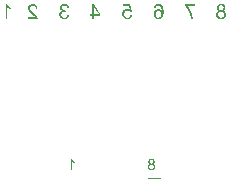
<source format=gbo>
G04*
G04 #@! TF.GenerationSoftware,Altium Limited,Altium Designer,23.8.1 (32)*
G04*
G04 Layer_Color=32896*
%FSLAX44Y44*%
%MOMM*%
G71*
G04*
G04 #@! TF.SameCoordinates,74A03D58-BA26-460C-9841-76C9F7D9AC81*
G04*
G04*
G04 #@! TF.FilePolarity,Positive*
G04*
G01*
G75*
%ADD11C,0.1000*%
G36*
X362113Y212059D02*
X362413Y212034D01*
X362676Y211984D01*
X362938Y211922D01*
X363176Y211847D01*
X363401Y211772D01*
X363601Y211684D01*
X363775Y211597D01*
X363938Y211497D01*
X364088Y211409D01*
X364200Y211334D01*
X364300Y211259D01*
X364388Y211197D01*
X364438Y211147D01*
X364475Y211122D01*
X364488Y211109D01*
X364663Y210922D01*
X364813Y210735D01*
X364950Y210534D01*
X365063Y210347D01*
X365163Y210147D01*
X365238Y209947D01*
X365313Y209760D01*
X365363Y209585D01*
X365400Y209410D01*
X365438Y209247D01*
X365462Y209110D01*
X365475Y208997D01*
Y208897D01*
X365488Y208822D01*
Y208773D01*
Y208760D01*
X365462Y208423D01*
X365413Y208123D01*
X365338Y207848D01*
X365250Y207623D01*
X365175Y207435D01*
X365138Y207360D01*
X365100Y207285D01*
X365063Y207235D01*
X365050Y207198D01*
X365025Y207185D01*
Y207173D01*
X364825Y206936D01*
X364600Y206735D01*
X364350Y206560D01*
X364113Y206411D01*
X363900Y206298D01*
X363801Y206248D01*
X363726Y206211D01*
X363663Y206186D01*
X363601Y206161D01*
X363576Y206148D01*
X363563D01*
X363775Y206086D01*
X363975Y206011D01*
X364163Y205936D01*
X364338Y205848D01*
X364500Y205748D01*
X364650Y205648D01*
X364788Y205561D01*
X364913Y205461D01*
X365013Y205373D01*
X365113Y205286D01*
X365188Y205211D01*
X365263Y205136D01*
X365313Y205073D01*
X365350Y205036D01*
X365363Y205011D01*
X365375Y204998D01*
X365488Y204836D01*
X365575Y204674D01*
X365662Y204499D01*
X365737Y204324D01*
X365850Y203974D01*
X365925Y203636D01*
X365950Y203486D01*
X365962Y203349D01*
X365975Y203224D01*
X365987Y203124D01*
X366000Y203036D01*
Y202962D01*
Y202924D01*
Y202911D01*
X365987Y202599D01*
X365950Y202312D01*
X365887Y202037D01*
X365825Y201774D01*
X365737Y201524D01*
X365638Y201287D01*
X365537Y201075D01*
X365425Y200887D01*
X365313Y200712D01*
X365213Y200562D01*
X365113Y200425D01*
X365025Y200312D01*
X364950Y200225D01*
X364900Y200162D01*
X364863Y200125D01*
X364850Y200112D01*
X364625Y199912D01*
X364388Y199750D01*
X364138Y199600D01*
X363875Y199475D01*
X363625Y199362D01*
X363376Y199275D01*
X363126Y199200D01*
X362888Y199137D01*
X362663Y199088D01*
X362451Y199062D01*
X362263Y199037D01*
X362101Y199013D01*
X361976D01*
X361876Y199000D01*
X361788D01*
X361439Y199013D01*
X361114Y199050D01*
X360801Y199100D01*
X360514Y199175D01*
X360239Y199262D01*
X359989Y199350D01*
X359752Y199450D01*
X359539Y199562D01*
X359364Y199662D01*
X359189Y199762D01*
X359052Y199850D01*
X358939Y199937D01*
X358852Y200012D01*
X358777Y200062D01*
X358739Y200100D01*
X358727Y200112D01*
X358527Y200325D01*
X358339Y200550D01*
X358189Y200774D01*
X358052Y201012D01*
X357939Y201249D01*
X357852Y201474D01*
X357777Y201699D01*
X357715Y201912D01*
X357664Y202112D01*
X357627Y202299D01*
X357602Y202462D01*
X357577Y202599D01*
Y202712D01*
X357565Y202799D01*
Y202861D01*
Y202874D01*
X357577Y203099D01*
X357590Y203299D01*
X357664Y203699D01*
X357765Y204036D01*
X357814Y204199D01*
X357877Y204336D01*
X357939Y204461D01*
X357990Y204586D01*
X358039Y204674D01*
X358089Y204761D01*
X358127Y204823D01*
X358164Y204874D01*
X358177Y204898D01*
X358189Y204911D01*
X358314Y205061D01*
X358439Y205211D01*
X358727Y205461D01*
X359027Y205673D01*
X359314Y205848D01*
X359576Y205986D01*
X359689Y206036D01*
X359789Y206073D01*
X359864Y206111D01*
X359926Y206136D01*
X359964Y206148D01*
X359976D01*
X359639Y206298D01*
X359352Y206461D01*
X359114Y206623D01*
X358914Y206786D01*
X358764Y206936D01*
X358652Y207048D01*
X358589Y207135D01*
X358564Y207148D01*
Y207160D01*
X358402Y207423D01*
X358289Y207685D01*
X358202Y207948D01*
X358152Y208185D01*
X358114Y208398D01*
X358102Y208498D01*
Y208573D01*
X358089Y208635D01*
Y208685D01*
Y208710D01*
Y208722D01*
X358102Y208985D01*
X358127Y209222D01*
X358189Y209460D01*
X358252Y209685D01*
X358327Y209897D01*
X358414Y210085D01*
X358502Y210272D01*
X358602Y210435D01*
X358702Y210585D01*
X358789Y210709D01*
X358877Y210835D01*
X358952Y210922D01*
X359014Y210997D01*
X359064Y211047D01*
X359102Y211084D01*
X359114Y211097D01*
X359314Y211272D01*
X359527Y211422D01*
X359739Y211547D01*
X359964Y211659D01*
X360189Y211759D01*
X360414Y211834D01*
X360639Y211897D01*
X360851Y211947D01*
X361051Y211984D01*
X361226Y212022D01*
X361389Y212047D01*
X361539Y212059D01*
X361651Y212072D01*
X361814D01*
X362113Y212059D01*
D02*
G37*
G36*
X339666Y210135D02*
X333405D01*
X333630Y209872D01*
X333843Y209597D01*
X334268Y209035D01*
X334642Y208473D01*
X334817Y208198D01*
X334980Y207935D01*
X335130Y207698D01*
X335267Y207473D01*
X335380Y207273D01*
X335480Y207110D01*
X335555Y206960D01*
X335617Y206861D01*
X335655Y206798D01*
X335667Y206773D01*
X336042Y206023D01*
X336367Y205286D01*
X336517Y204936D01*
X336642Y204586D01*
X336767Y204261D01*
X336879Y203961D01*
X336979Y203674D01*
X337054Y203424D01*
X337129Y203199D01*
X337192Y202999D01*
X337229Y202849D01*
X337267Y202736D01*
X337279Y202661D01*
X337292Y202649D01*
Y202637D01*
X337392Y202249D01*
X337479Y201862D01*
X337554Y201512D01*
X337617Y201162D01*
X337679Y200849D01*
X337729Y200550D01*
X337767Y200275D01*
X337792Y200012D01*
X337817Y199787D01*
X337841Y199587D01*
X337854Y199412D01*
X337867Y199262D01*
Y199150D01*
X337879Y199075D01*
Y199013D01*
Y199000D01*
X336267D01*
X336204Y199700D01*
X336167Y200037D01*
X336117Y200350D01*
X336067Y200662D01*
X336017Y200949D01*
X335967Y201224D01*
X335917Y201474D01*
X335867Y201699D01*
X335830Y201899D01*
X335780Y202087D01*
X335742Y202237D01*
X335717Y202349D01*
X335692Y202437D01*
X335667Y202499D01*
Y202512D01*
X335542Y202936D01*
X335405Y203361D01*
X335255Y203774D01*
X335105Y204174D01*
X334955Y204549D01*
X334792Y204923D01*
X334642Y205261D01*
X334492Y205586D01*
X334355Y205886D01*
X334230Y206148D01*
X334118Y206386D01*
X334017Y206573D01*
X333930Y206735D01*
X333868Y206848D01*
X333830Y206923D01*
X333818Y206948D01*
X333593Y207348D01*
X333368Y207723D01*
X333143Y208073D01*
X332930Y208398D01*
X332718Y208710D01*
X332518Y208997D01*
X332318Y209260D01*
X332143Y209497D01*
X331981Y209710D01*
X331831Y209897D01*
X331706Y210047D01*
X331593Y210185D01*
X331506Y210285D01*
X331431Y210360D01*
X331393Y210410D01*
X331381Y210422D01*
Y211647D01*
X339666D01*
Y210135D01*
D02*
G37*
G36*
X308946Y212059D02*
X309296Y212009D01*
X309621Y211934D01*
X309933Y211847D01*
X310221Y211734D01*
X310483Y211609D01*
X310720Y211472D01*
X310945Y211334D01*
X311133Y211197D01*
X311308Y211059D01*
X311458Y210934D01*
X311570Y210822D01*
X311670Y210735D01*
X311745Y210660D01*
X311783Y210609D01*
X311795Y210597D01*
X312033Y210260D01*
X312245Y209885D01*
X312432Y209472D01*
X312582Y209047D01*
X312720Y208598D01*
X312820Y208148D01*
X312920Y207698D01*
X312982Y207260D01*
X313045Y206848D01*
X313082Y206461D01*
X313120Y206111D01*
X313132Y205948D01*
Y205811D01*
X313145Y205673D01*
Y205548D01*
X313157Y205448D01*
Y205361D01*
Y205286D01*
Y205236D01*
Y205211D01*
Y205198D01*
X313145Y204599D01*
X313107Y204049D01*
X313045Y203524D01*
X312957Y203061D01*
X312870Y202624D01*
X312770Y202237D01*
X312657Y201887D01*
X312532Y201574D01*
X312420Y201299D01*
X312307Y201075D01*
X312208Y200875D01*
X312108Y200712D01*
X312033Y200587D01*
X311970Y200512D01*
X311933Y200450D01*
X311920Y200437D01*
X311683Y200187D01*
X311433Y199962D01*
X311170Y199775D01*
X310895Y199612D01*
X310633Y199462D01*
X310358Y199350D01*
X310108Y199250D01*
X309858Y199175D01*
X309621Y199125D01*
X309408Y199075D01*
X309208Y199050D01*
X309046Y199025D01*
X308908Y199013D01*
X308808Y199000D01*
X308721D01*
X308508Y199013D01*
X308296Y199025D01*
X307909Y199088D01*
X307559Y199175D01*
X307396Y199225D01*
X307259Y199275D01*
X307121Y199325D01*
X307009Y199375D01*
X306909Y199425D01*
X306821Y199462D01*
X306746Y199500D01*
X306696Y199525D01*
X306671Y199550D01*
X306659D01*
X306334Y199775D01*
X306047Y200025D01*
X305809Y200287D01*
X305597Y200550D01*
X305434Y200774D01*
X305372Y200875D01*
X305322Y200962D01*
X305272Y201024D01*
X305247Y201075D01*
X305222Y201112D01*
Y201124D01*
X305047Y201524D01*
X304922Y201912D01*
X304822Y202287D01*
X304759Y202637D01*
X304734Y202799D01*
X304722Y202936D01*
X304709Y203061D01*
Y203174D01*
X304697Y203261D01*
Y203324D01*
Y203361D01*
Y203374D01*
X304709Y203711D01*
X304747Y204024D01*
X304797Y204324D01*
X304872Y204611D01*
X304959Y204874D01*
X305047Y205123D01*
X305147Y205348D01*
X305247Y205548D01*
X305359Y205736D01*
X305459Y205898D01*
X305547Y206036D01*
X305634Y206148D01*
X305709Y206236D01*
X305759Y206311D01*
X305797Y206348D01*
X305809Y206361D01*
X306022Y206560D01*
X306234Y206748D01*
X306459Y206898D01*
X306696Y207035D01*
X306921Y207148D01*
X307134Y207235D01*
X307359Y207310D01*
X307559Y207373D01*
X307746Y207423D01*
X307921Y207460D01*
X308084Y207485D01*
X308221Y207510D01*
X308333D01*
X308409Y207523D01*
X308484D01*
X308821Y207510D01*
X309133Y207460D01*
X309421Y207385D01*
X309683Y207310D01*
X309796Y207273D01*
X309896Y207235D01*
X309983Y207198D01*
X310071Y207160D01*
X310121Y207135D01*
X310171Y207110D01*
X310196Y207098D01*
X310208D01*
X310508Y206923D01*
X310770Y206723D01*
X311008Y206511D01*
X311208Y206298D01*
X311370Y206111D01*
X311445Y206023D01*
X311495Y205948D01*
X311533Y205898D01*
X311570Y205848D01*
X311583Y205823D01*
X311595Y205811D01*
X311583Y206161D01*
X311570Y206486D01*
X311545Y206798D01*
X311520Y207085D01*
X311483Y207348D01*
X311445Y207598D01*
X311408Y207810D01*
X311370Y208010D01*
X311333Y208185D01*
X311295Y208348D01*
X311258Y208473D01*
X311220Y208585D01*
X311195Y208660D01*
X311170Y208722D01*
X311158Y208760D01*
Y208773D01*
X310983Y209147D01*
X310795Y209460D01*
X310595Y209735D01*
X310408Y209960D01*
X310233Y210135D01*
X310108Y210260D01*
X310058Y210310D01*
X310021Y210335D01*
X309996Y210360D01*
X309983D01*
X309758Y210497D01*
X309533Y210609D01*
X309308Y210685D01*
X309108Y210735D01*
X308921Y210760D01*
X308783Y210784D01*
X308658D01*
X308484Y210772D01*
X308321Y210760D01*
X308021Y210685D01*
X307746Y210572D01*
X307521Y210447D01*
X307334Y210322D01*
X307259Y210272D01*
X307196Y210210D01*
X307146Y210172D01*
X307109Y210135D01*
X307096Y210122D01*
X307084Y210110D01*
X306946Y209935D01*
X306821Y209722D01*
X306721Y209497D01*
X306634Y209272D01*
X306572Y209072D01*
X306546Y208985D01*
X306521Y208910D01*
X306509Y208848D01*
X306497Y208797D01*
X306484Y208773D01*
Y208760D01*
X304922Y208885D01*
X304972Y209160D01*
X305034Y209410D01*
X305097Y209647D01*
X305184Y209872D01*
X305284Y210085D01*
X305372Y210272D01*
X305472Y210459D01*
X305572Y210609D01*
X305672Y210747D01*
X305772Y210872D01*
X305859Y210984D01*
X305934Y211072D01*
X305997Y211134D01*
X306047Y211184D01*
X306072Y211209D01*
X306084Y211222D01*
X306271Y211372D01*
X306472Y211497D01*
X306671Y211622D01*
X306884Y211709D01*
X307084Y211797D01*
X307296Y211859D01*
X307684Y211972D01*
X307871Y211997D01*
X308034Y212022D01*
X308184Y212047D01*
X308321Y212059D01*
X308421Y212072D01*
X308571D01*
X308946Y212059D01*
D02*
G37*
G36*
X286336Y205273D02*
X284862Y205086D01*
X284724Y205273D01*
X284562Y205448D01*
X284412Y205598D01*
X284249Y205736D01*
X284124Y205836D01*
X284012Y205911D01*
X283937Y205961D01*
X283924Y205973D01*
X283912D01*
X283674Y206086D01*
X283437Y206173D01*
X283212Y206236D01*
X282999Y206286D01*
X282812Y206311D01*
X282737D01*
X282662Y206323D01*
X282537D01*
X282312Y206311D01*
X282100Y206286D01*
X281900Y206248D01*
X281700Y206198D01*
X281525Y206136D01*
X281362Y206073D01*
X281212Y205998D01*
X281075Y205936D01*
X280963Y205861D01*
X280850Y205786D01*
X280763Y205723D01*
X280688Y205661D01*
X280625Y205611D01*
X280588Y205573D01*
X280563Y205548D01*
X280550Y205536D01*
X280413Y205386D01*
X280300Y205223D01*
X280200Y205048D01*
X280113Y204874D01*
X280038Y204699D01*
X279975Y204524D01*
X279888Y204186D01*
X279850Y204024D01*
X279825Y203874D01*
X279813Y203749D01*
X279800Y203636D01*
X279788Y203536D01*
Y203474D01*
Y203424D01*
Y203411D01*
X279800Y203149D01*
X279825Y202911D01*
X279863Y202674D01*
X279913Y202462D01*
X279975Y202262D01*
X280038Y202074D01*
X280113Y201899D01*
X280175Y201749D01*
X280250Y201612D01*
X280325Y201487D01*
X280388Y201374D01*
X280450Y201299D01*
X280500Y201224D01*
X280538Y201174D01*
X280563Y201149D01*
X280575Y201137D01*
X280725Y200987D01*
X280888Y200862D01*
X281050Y200749D01*
X281212Y200650D01*
X281375Y200562D01*
X281525Y200500D01*
X281837Y200400D01*
X281975Y200362D01*
X282100Y200337D01*
X282212Y200312D01*
X282312Y200300D01*
X282387Y200287D01*
X282500D01*
X282675Y200300D01*
X282837Y200312D01*
X283149Y200387D01*
X283424Y200475D01*
X283662Y200587D01*
X283862Y200700D01*
X283937Y200749D01*
X283999Y200800D01*
X284049Y200837D01*
X284087Y200862D01*
X284112Y200875D01*
X284124Y200887D01*
X284237Y201012D01*
X284349Y201137D01*
X284536Y201437D01*
X284674Y201737D01*
X284786Y202024D01*
X284874Y202299D01*
X284899Y202412D01*
X284924Y202512D01*
X284936Y202599D01*
X284949Y202661D01*
X284961Y202699D01*
Y202712D01*
X286611Y202574D01*
X286574Y202274D01*
X286511Y201999D01*
X286436Y201737D01*
X286349Y201487D01*
X286249Y201249D01*
X286149Y201037D01*
X286036Y200837D01*
X285924Y200662D01*
X285824Y200512D01*
X285711Y200375D01*
X285624Y200250D01*
X285536Y200150D01*
X285461Y200075D01*
X285411Y200025D01*
X285374Y199987D01*
X285361Y199975D01*
X285149Y199800D01*
X284924Y199650D01*
X284687Y199525D01*
X284449Y199412D01*
X284199Y199312D01*
X283962Y199237D01*
X283737Y199175D01*
X283512Y199125D01*
X283299Y199088D01*
X283112Y199050D01*
X282937Y199025D01*
X282787Y199013D01*
X282662D01*
X282575Y199000D01*
X282500D01*
X282112Y199013D01*
X281737Y199062D01*
X281400Y199137D01*
X281075Y199237D01*
X280775Y199362D01*
X280500Y199487D01*
X280250Y199625D01*
X280013Y199775D01*
X279813Y199925D01*
X279638Y200062D01*
X279488Y200187D01*
X279363Y200312D01*
X279263Y200412D01*
X279200Y200487D01*
X279150Y200537D01*
X279138Y200550D01*
X278963Y200787D01*
X278801Y201037D01*
X278663Y201299D01*
X278551Y201549D01*
X278451Y201799D01*
X278363Y202049D01*
X278301Y202299D01*
X278238Y202524D01*
X278201Y202736D01*
X278163Y202936D01*
X278138Y203111D01*
X278126Y203261D01*
Y203386D01*
X278113Y203474D01*
Y203524D01*
Y203549D01*
X278126Y203886D01*
X278163Y204211D01*
X278226Y204511D01*
X278288Y204799D01*
X278388Y205061D01*
X278476Y205311D01*
X278588Y205536D01*
X278688Y205736D01*
X278801Y205923D01*
X278913Y206086D01*
X279000Y206223D01*
X279088Y206336D01*
X279163Y206423D01*
X279225Y206498D01*
X279263Y206536D01*
X279275Y206548D01*
X279500Y206748D01*
X279725Y206936D01*
X279963Y207085D01*
X280200Y207223D01*
X280438Y207335D01*
X280675Y207423D01*
X280912Y207498D01*
X281125Y207560D01*
X281325Y207610D01*
X281512Y207648D01*
X281687Y207673D01*
X281825Y207698D01*
X281950D01*
X282037Y207710D01*
X282112D01*
X282350Y207698D01*
X282587Y207673D01*
X282812Y207635D01*
X283024Y207585D01*
X283437Y207448D01*
X283624Y207385D01*
X283799Y207310D01*
X283962Y207223D01*
X284099Y207160D01*
X284237Y207085D01*
X284337Y207023D01*
X284424Y206973D01*
X284487Y206936D01*
X284524Y206910D01*
X284536Y206898D01*
X283849Y210360D01*
X278713D01*
Y211859D01*
X285099D01*
X286336Y205273D01*
D02*
G37*
G36*
X180388Y211697D02*
X180488Y211547D01*
X180701Y211234D01*
X180926Y210947D01*
X181151Y210685D01*
X181263Y210572D01*
X181363Y210459D01*
X181463Y210372D01*
X181538Y210285D01*
X181601Y210222D01*
X181663Y210172D01*
X181688Y210147D01*
X181701Y210135D01*
X182088Y209822D01*
X182475Y209535D01*
X182863Y209272D01*
X183225Y209060D01*
X183388Y208960D01*
X183538Y208885D01*
X183663Y208810D01*
X183775Y208748D01*
X183875Y208697D01*
X183937Y208660D01*
X183988Y208647D01*
X184000Y208635D01*
Y207123D01*
X183725Y207235D01*
X183438Y207360D01*
X183163Y207498D01*
X182913Y207623D01*
X182688Y207735D01*
X182600Y207785D01*
X182513Y207835D01*
X182450Y207873D01*
X182400Y207898D01*
X182375Y207923D01*
X182363D01*
X182038Y208123D01*
X181738Y208323D01*
X181476Y208510D01*
X181263Y208673D01*
X181088Y208810D01*
X180963Y208922D01*
X180926Y208960D01*
X180888Y208985D01*
X180876Y209010D01*
X180863D01*
Y199000D01*
X179289D01*
Y211859D01*
X180313D01*
X180388Y211697D01*
D02*
G37*
G36*
X202636Y211847D02*
X202948Y211822D01*
X203248Y211772D01*
X203523Y211709D01*
X203785Y211634D01*
X204023Y211559D01*
X204235Y211472D01*
X204435Y211384D01*
X204610Y211297D01*
X204773Y211209D01*
X204898Y211134D01*
X205010Y211059D01*
X205098Y210997D01*
X205160Y210947D01*
X205198Y210922D01*
X205210Y210909D01*
X205398Y210722D01*
X205572Y210522D01*
X205723Y210310D01*
X205860Y210085D01*
X205972Y209847D01*
X206072Y209622D01*
X206160Y209397D01*
X206235Y209185D01*
X206285Y208972D01*
X206335Y208785D01*
X206372Y208610D01*
X206410Y208460D01*
X206422Y208335D01*
X206435Y208235D01*
X206447Y208185D01*
Y208160D01*
X204835Y207998D01*
X204823Y208223D01*
X204810Y208423D01*
X204773Y208622D01*
X204735Y208797D01*
X204673Y208960D01*
X204623Y209122D01*
X204560Y209260D01*
X204498Y209385D01*
X204435Y209497D01*
X204373Y209597D01*
X204310Y209685D01*
X204260Y209747D01*
X204223Y209797D01*
X204185Y209847D01*
X204173Y209860D01*
X204160Y209872D01*
X204023Y209997D01*
X203885Y210097D01*
X203736Y210197D01*
X203585Y210272D01*
X203286Y210397D01*
X202986Y210472D01*
X202861Y210497D01*
X202736Y210522D01*
X202623Y210534D01*
X202523Y210547D01*
X202448Y210560D01*
X202336D01*
X202136Y210547D01*
X201949Y210534D01*
X201611Y210459D01*
X201311Y210360D01*
X201174Y210297D01*
X201061Y210235D01*
X200949Y210172D01*
X200861Y210110D01*
X200774Y210060D01*
X200711Y210010D01*
X200661Y209972D01*
X200611Y209935D01*
X200599Y209922D01*
X200586Y209910D01*
X200461Y209785D01*
X200361Y209660D01*
X200274Y209522D01*
X200199Y209397D01*
X200074Y209135D01*
X199999Y208885D01*
X199949Y208660D01*
X199937Y208573D01*
X199924Y208498D01*
X199911Y208423D01*
Y208373D01*
Y208348D01*
Y208335D01*
X199924Y208173D01*
X199949Y207998D01*
X199986Y207835D01*
X200024Y207660D01*
X200149Y207348D01*
X200286Y207060D01*
X200361Y206936D01*
X200424Y206810D01*
X200486Y206710D01*
X200549Y206623D01*
X200586Y206548D01*
X200624Y206498D01*
X200649Y206461D01*
X200661Y206448D01*
X200811Y206248D01*
X200999Y206048D01*
X201199Y205823D01*
X201411Y205598D01*
X201873Y205148D01*
X202348Y204711D01*
X202573Y204511D01*
X202786Y204324D01*
X202973Y204149D01*
X203148Y204011D01*
X203286Y203886D01*
X203398Y203799D01*
X203461Y203749D01*
X203486Y203724D01*
X203723Y203524D01*
X203960Y203324D01*
X204173Y203136D01*
X204373Y202962D01*
X204548Y202787D01*
X204723Y202624D01*
X204873Y202474D01*
X205010Y202349D01*
X205135Y202224D01*
X205235Y202112D01*
X205323Y202012D01*
X205398Y201937D01*
X205460Y201874D01*
X205498Y201824D01*
X205523Y201799D01*
X205535Y201787D01*
X205785Y201474D01*
X205997Y201174D01*
X206172Y200887D01*
X206322Y200625D01*
X206435Y200400D01*
X206472Y200312D01*
X206510Y200237D01*
X206535Y200175D01*
X206560Y200125D01*
X206572Y200100D01*
Y200087D01*
X206635Y199887D01*
X206685Y199700D01*
X206710Y199512D01*
X206735Y199350D01*
X206747Y199200D01*
Y199100D01*
Y199025D01*
Y199013D01*
Y199000D01*
X198287D01*
Y200512D01*
X204573D01*
X204473Y200675D01*
X204360Y200825D01*
X204248Y200962D01*
X204148Y201099D01*
X204048Y201199D01*
X203973Y201287D01*
X203923Y201349D01*
X203911Y201362D01*
X203823Y201449D01*
X203710Y201549D01*
X203585Y201674D01*
X203448Y201799D01*
X203148Y202062D01*
X202848Y202324D01*
X202548Y202574D01*
X202423Y202687D01*
X202311Y202787D01*
X202223Y202861D01*
X202148Y202924D01*
X202098Y202962D01*
X202086Y202974D01*
X201786Y203236D01*
X201499Y203474D01*
X201236Y203711D01*
X200999Y203924D01*
X200774Y204124D01*
X200586Y204311D01*
X200399Y204486D01*
X200249Y204636D01*
X200111Y204774D01*
X199986Y204886D01*
X199899Y204986D01*
X199811Y205073D01*
X199749Y205136D01*
X199711Y205186D01*
X199687Y205211D01*
X199674Y205223D01*
X199412Y205523D01*
X199199Y205811D01*
X199012Y206086D01*
X198874Y206311D01*
X198762Y206511D01*
X198724Y206586D01*
X198687Y206660D01*
X198662Y206710D01*
X198637Y206748D01*
X198624Y206773D01*
Y206786D01*
X198512Y207060D01*
X198437Y207335D01*
X198374Y207598D01*
X198337Y207823D01*
X198312Y208023D01*
Y208098D01*
X198299Y208173D01*
Y208223D01*
Y208260D01*
Y208285D01*
Y208298D01*
X198312Y208573D01*
X198349Y208835D01*
X198399Y209097D01*
X198462Y209335D01*
X198549Y209560D01*
X198637Y209760D01*
X198737Y209960D01*
X198837Y210135D01*
X198937Y210297D01*
X199037Y210435D01*
X199124Y210547D01*
X199212Y210647D01*
X199274Y210735D01*
X199324Y210784D01*
X199362Y210822D01*
X199374Y210835D01*
X199587Y211009D01*
X199811Y211172D01*
X200037Y211309D01*
X200286Y211422D01*
X200524Y211522D01*
X200774Y211609D01*
X201011Y211672D01*
X201236Y211734D01*
X201461Y211772D01*
X201661Y211809D01*
X201836Y211834D01*
X201986Y211847D01*
X202123D01*
X202211Y211859D01*
X202298D01*
X202636Y211847D01*
D02*
G37*
G36*
X229532Y212059D02*
X229807Y212034D01*
X230057Y211997D01*
X230294Y211934D01*
X230519Y211872D01*
X230732Y211797D01*
X230932Y211722D01*
X231107Y211634D01*
X231257Y211559D01*
X231406Y211472D01*
X231519Y211397D01*
X231619Y211334D01*
X231706Y211272D01*
X231756Y211234D01*
X231794Y211209D01*
X231806Y211197D01*
X231981Y211022D01*
X232156Y210847D01*
X232306Y210647D01*
X232431Y210447D01*
X232556Y210247D01*
X232656Y210035D01*
X232756Y209835D01*
X232831Y209647D01*
X232906Y209460D01*
X232956Y209297D01*
X233006Y209135D01*
X233044Y209010D01*
X233069Y208897D01*
X233094Y208822D01*
X233106Y208760D01*
Y208748D01*
X231532Y208473D01*
X231494Y208685D01*
X231457Y208873D01*
X231394Y209060D01*
X231344Y209222D01*
X231282Y209385D01*
X231219Y209522D01*
X231144Y209647D01*
X231082Y209772D01*
X231019Y209872D01*
X230957Y209960D01*
X230907Y210035D01*
X230857Y210085D01*
X230819Y210135D01*
X230782Y210172D01*
X230769Y210185D01*
X230757Y210197D01*
X230644Y210297D01*
X230519Y210397D01*
X230257Y210534D01*
X230007Y210647D01*
X229757Y210709D01*
X229545Y210760D01*
X229457Y210772D01*
X229370D01*
X229307Y210784D01*
X229045D01*
X228895Y210760D01*
X228595Y210697D01*
X228332Y210597D01*
X228120Y210497D01*
X227945Y210397D01*
X227807Y210297D01*
X227770Y210260D01*
X227732Y210235D01*
X227720Y210222D01*
X227707Y210210D01*
X227607Y210097D01*
X227507Y209985D01*
X227370Y209747D01*
X227258Y209510D01*
X227195Y209285D01*
X227145Y209085D01*
X227133Y208997D01*
Y208922D01*
X227120Y208860D01*
Y208810D01*
Y208785D01*
Y208773D01*
X227133Y208573D01*
X227158Y208398D01*
X227195Y208223D01*
X227245Y208060D01*
X227307Y207923D01*
X227383Y207785D01*
X227445Y207660D01*
X227520Y207560D01*
X227607Y207460D01*
X227670Y207385D01*
X227745Y207310D01*
X227807Y207260D01*
X227857Y207210D01*
X227895Y207185D01*
X227920Y207173D01*
X227932Y207160D01*
X228245Y206985D01*
X228557Y206861D01*
X228857Y206761D01*
X229145Y206698D01*
X229270Y206686D01*
X229382Y206660D01*
X229482Y206648D01*
X229569D01*
X229644Y206635D01*
X229819D01*
X229907Y206648D01*
X229969Y206660D01*
X229994D01*
X230169Y205286D01*
X229932Y205336D01*
X229719Y205386D01*
X229532Y205411D01*
X229370Y205423D01*
X229245Y205436D01*
X229145Y205448D01*
X229070D01*
X228870Y205436D01*
X228682Y205423D01*
X228332Y205336D01*
X228020Y205223D01*
X227882Y205161D01*
X227757Y205098D01*
X227645Y205036D01*
X227558Y204974D01*
X227470Y204911D01*
X227395Y204861D01*
X227345Y204811D01*
X227307Y204774D01*
X227283Y204761D01*
X227270Y204748D01*
X227145Y204611D01*
X227033Y204474D01*
X226945Y204324D01*
X226858Y204174D01*
X226783Y204024D01*
X226733Y203874D01*
X226645Y203599D01*
X226620Y203461D01*
X226595Y203349D01*
X226583Y203236D01*
X226570Y203149D01*
X226558Y203061D01*
Y203011D01*
Y202974D01*
Y202962D01*
X226570Y202749D01*
X226595Y202549D01*
X226633Y202362D01*
X226670Y202187D01*
X226795Y201862D01*
X226870Y201712D01*
X226933Y201587D01*
X227008Y201462D01*
X227083Y201362D01*
X227145Y201274D01*
X227195Y201199D01*
X227245Y201137D01*
X227283Y201099D01*
X227307Y201075D01*
X227320Y201062D01*
X227470Y200924D01*
X227620Y200812D01*
X227770Y200712D01*
X227932Y200625D01*
X228095Y200550D01*
X228245Y200487D01*
X228545Y200400D01*
X228682Y200362D01*
X228807Y200337D01*
X228907Y200325D01*
X229007Y200312D01*
X229082Y200300D01*
X229195D01*
X229370Y200312D01*
X229532Y200325D01*
X229832Y200387D01*
X230107Y200487D01*
X230344Y200600D01*
X230532Y200700D01*
X230607Y200749D01*
X230669Y200800D01*
X230719Y200837D01*
X230757Y200862D01*
X230769Y200887D01*
X230782D01*
X230894Y201012D01*
X231007Y201137D01*
X231194Y201437D01*
X231357Y201762D01*
X231481Y202074D01*
X231532Y202224D01*
X231581Y202362D01*
X231619Y202499D01*
X231644Y202599D01*
X231669Y202699D01*
X231681Y202761D01*
X231694Y202812D01*
Y202824D01*
X233269Y202612D01*
X233231Y202312D01*
X233169Y202037D01*
X233094Y201774D01*
X233006Y201524D01*
X232906Y201287D01*
X232806Y201075D01*
X232694Y200875D01*
X232581Y200700D01*
X232469Y200537D01*
X232369Y200400D01*
X232269Y200287D01*
X232181Y200187D01*
X232106Y200100D01*
X232056Y200050D01*
X232019Y200012D01*
X232006Y200000D01*
X231794Y199825D01*
X231569Y199675D01*
X231332Y199537D01*
X231094Y199425D01*
X230869Y199325D01*
X230632Y199250D01*
X230407Y199175D01*
X230194Y199125D01*
X229982Y199088D01*
X229794Y199050D01*
X229632Y199025D01*
X229482Y199013D01*
X229370D01*
X229282Y199000D01*
X229207D01*
X228857Y199013D01*
X228532Y199050D01*
X228220Y199112D01*
X227932Y199187D01*
X227658Y199275D01*
X227407Y199362D01*
X227170Y199475D01*
X226958Y199587D01*
X226758Y199687D01*
X226595Y199800D01*
X226445Y199887D01*
X226333Y199987D01*
X226233Y200050D01*
X226158Y200112D01*
X226120Y200150D01*
X226108Y200162D01*
X225895Y200387D01*
X225708Y200612D01*
X225546Y200862D01*
X225396Y201099D01*
X225283Y201337D01*
X225183Y201574D01*
X225096Y201799D01*
X225033Y202012D01*
X224983Y202224D01*
X224946Y202412D01*
X224921Y202574D01*
X224896Y202724D01*
Y202836D01*
X224883Y202924D01*
Y202987D01*
Y202999D01*
X224896Y203224D01*
X224908Y203449D01*
X224983Y203849D01*
X225033Y204024D01*
X225083Y204199D01*
X225146Y204349D01*
X225196Y204499D01*
X225258Y204624D01*
X225321Y204736D01*
X225371Y204836D01*
X225420Y204911D01*
X225458Y204974D01*
X225495Y205023D01*
X225508Y205048D01*
X225520Y205061D01*
X225646Y205211D01*
X225770Y205348D01*
X226058Y205573D01*
X226358Y205773D01*
X226633Y205911D01*
X226895Y206023D01*
X226995Y206061D01*
X227095Y206098D01*
X227170Y206123D01*
X227233Y206136D01*
X227270Y206148D01*
X227283D01*
X226970Y206311D01*
X226708Y206486D01*
X226483Y206660D01*
X226295Y206835D01*
X226145Y206985D01*
X226045Y207110D01*
X226008Y207160D01*
X225983Y207198D01*
X225958Y207210D01*
Y207223D01*
X225808Y207485D01*
X225695Y207748D01*
X225620Y207998D01*
X225558Y208235D01*
X225533Y208435D01*
X225520Y208522D01*
Y208598D01*
X225508Y208660D01*
Y208697D01*
Y208722D01*
Y208735D01*
X225533Y209060D01*
X225583Y209360D01*
X225658Y209647D01*
X225745Y209885D01*
X225833Y210097D01*
X225870Y210185D01*
X225908Y210247D01*
X225933Y210310D01*
X225958Y210347D01*
X225983Y210372D01*
Y210385D01*
X226170Y210660D01*
X226383Y210909D01*
X226608Y211122D01*
X226833Y211297D01*
X227033Y211434D01*
X227108Y211497D01*
X227183Y211534D01*
X227245Y211572D01*
X227295Y211597D01*
X227320Y211622D01*
X227332D01*
X227670Y211772D01*
X228007Y211884D01*
X228320Y211959D01*
X228620Y212022D01*
X228757Y212034D01*
X228882Y212047D01*
X228982Y212059D01*
X229082D01*
X229157Y212072D01*
X229257D01*
X229532Y212059D01*
D02*
G37*
G36*
X259702Y203499D02*
Y202062D01*
X254141D01*
Y199000D01*
X252567D01*
Y202062D01*
X250842D01*
Y203499D01*
X252567D01*
Y211809D01*
X253854D01*
X259702Y203499D01*
D02*
G37*
G36*
X303085Y80794D02*
X303310Y80776D01*
X303507Y80738D01*
X303704Y80691D01*
X303882Y80635D01*
X304051Y80579D01*
X304200Y80513D01*
X304332Y80448D01*
X304454Y80373D01*
X304566Y80307D01*
X304650Y80251D01*
X304725Y80195D01*
X304791Y80148D01*
X304828Y80110D01*
X304856Y80091D01*
X304866Y80082D01*
X304997Y79942D01*
X305110Y79801D01*
X305213Y79651D01*
X305297Y79510D01*
X305372Y79360D01*
X305428Y79210D01*
X305485Y79070D01*
X305522Y78939D01*
X305550Y78807D01*
X305578Y78685D01*
X305597Y78582D01*
X305606Y78498D01*
Y78423D01*
X305616Y78367D01*
Y78329D01*
Y78320D01*
X305597Y78067D01*
X305560Y77842D01*
X305503Y77636D01*
X305438Y77467D01*
X305381Y77326D01*
X305353Y77270D01*
X305325Y77214D01*
X305297Y77177D01*
X305288Y77148D01*
X305269Y77139D01*
Y77130D01*
X305119Y76952D01*
X304950Y76802D01*
X304763Y76670D01*
X304585Y76558D01*
X304425Y76474D01*
X304350Y76436D01*
X304294Y76408D01*
X304247Y76389D01*
X304200Y76371D01*
X304182Y76361D01*
X304172D01*
X304332Y76314D01*
X304482Y76258D01*
X304622Y76202D01*
X304753Y76136D01*
X304875Y76061D01*
X304988Y75986D01*
X305091Y75921D01*
X305185Y75846D01*
X305260Y75780D01*
X305334Y75714D01*
X305391Y75658D01*
X305447Y75602D01*
X305485Y75555D01*
X305513Y75527D01*
X305522Y75508D01*
X305531Y75499D01*
X305616Y75377D01*
X305681Y75255D01*
X305747Y75124D01*
X305803Y74993D01*
X305888Y74730D01*
X305944Y74477D01*
X305963Y74365D01*
X305972Y74262D01*
X305981Y74168D01*
X305991Y74093D01*
X306000Y74027D01*
Y73971D01*
Y73943D01*
Y73934D01*
X305991Y73699D01*
X305963Y73484D01*
X305916Y73278D01*
X305869Y73081D01*
X305803Y72893D01*
X305728Y72715D01*
X305653Y72556D01*
X305569Y72415D01*
X305485Y72284D01*
X305410Y72172D01*
X305334Y72069D01*
X305269Y71984D01*
X305213Y71919D01*
X305175Y71872D01*
X305147Y71844D01*
X305138Y71834D01*
X304969Y71684D01*
X304791Y71562D01*
X304604Y71450D01*
X304407Y71356D01*
X304219Y71272D01*
X304032Y71206D01*
X303844Y71150D01*
X303666Y71103D01*
X303498Y71066D01*
X303338Y71047D01*
X303198Y71028D01*
X303076Y71009D01*
X302982D01*
X302907Y71000D01*
X302841D01*
X302579Y71009D01*
X302335Y71038D01*
X302101Y71075D01*
X301885Y71131D01*
X301679Y71197D01*
X301492Y71262D01*
X301314Y71337D01*
X301154Y71422D01*
X301023Y71497D01*
X300892Y71572D01*
X300789Y71637D01*
X300704Y71703D01*
X300639Y71759D01*
X300583Y71797D01*
X300555Y71825D01*
X300545Y71834D01*
X300395Y71993D01*
X300255Y72162D01*
X300142Y72331D01*
X300039Y72509D01*
X299955Y72687D01*
X299889Y72856D01*
X299833Y73025D01*
X299786Y73184D01*
X299748Y73334D01*
X299720Y73474D01*
X299702Y73596D01*
X299683Y73699D01*
Y73784D01*
X299674Y73849D01*
Y73896D01*
Y73906D01*
X299683Y74074D01*
X299692Y74224D01*
X299748Y74524D01*
X299823Y74777D01*
X299861Y74899D01*
X299908Y75002D01*
X299955Y75096D01*
X299992Y75190D01*
X300030Y75255D01*
X300067Y75321D01*
X300095Y75368D01*
X300123Y75405D01*
X300133Y75424D01*
X300142Y75433D01*
X300236Y75546D01*
X300330Y75658D01*
X300545Y75846D01*
X300770Y76005D01*
X300986Y76136D01*
X301182Y76239D01*
X301267Y76277D01*
X301342Y76305D01*
X301398Y76333D01*
X301445Y76352D01*
X301473Y76361D01*
X301482D01*
X301229Y76474D01*
X301014Y76596D01*
X300836Y76717D01*
X300686Y76839D01*
X300573Y76952D01*
X300489Y77036D01*
X300442Y77102D01*
X300423Y77111D01*
Y77120D01*
X300301Y77317D01*
X300217Y77514D01*
X300152Y77711D01*
X300114Y77889D01*
X300086Y78048D01*
X300077Y78123D01*
Y78179D01*
X300067Y78226D01*
Y78264D01*
Y78282D01*
Y78292D01*
X300077Y78489D01*
X300095Y78667D01*
X300142Y78845D01*
X300189Y79014D01*
X300245Y79173D01*
X300311Y79314D01*
X300376Y79454D01*
X300451Y79576D01*
X300526Y79688D01*
X300592Y79782D01*
X300658Y79876D01*
X300714Y79942D01*
X300761Y79998D01*
X300798Y80035D01*
X300826Y80063D01*
X300836Y80073D01*
X300986Y80204D01*
X301145Y80316D01*
X301304Y80410D01*
X301473Y80494D01*
X301642Y80569D01*
X301810Y80626D01*
X301979Y80673D01*
X302139Y80710D01*
X302288Y80738D01*
X302420Y80766D01*
X302542Y80785D01*
X302654Y80794D01*
X302738Y80804D01*
X302860D01*
X303085Y80794D01*
D02*
G37*
G36*
X235291Y80523D02*
X235366Y80410D01*
X235526Y80176D01*
X235694Y79960D01*
X235863Y79763D01*
X235947Y79679D01*
X236022Y79595D01*
X236097Y79529D01*
X236154Y79464D01*
X236201Y79417D01*
X236247Y79379D01*
X236266Y79360D01*
X236275Y79351D01*
X236566Y79117D01*
X236856Y78901D01*
X237147Y78704D01*
X237419Y78545D01*
X237541Y78470D01*
X237653Y78414D01*
X237747Y78358D01*
X237831Y78311D01*
X237906Y78273D01*
X237953Y78245D01*
X237991Y78236D01*
X238000Y78226D01*
Y77092D01*
X237794Y77177D01*
X237578Y77270D01*
X237372Y77373D01*
X237185Y77467D01*
X237016Y77551D01*
X236950Y77589D01*
X236885Y77626D01*
X236838Y77655D01*
X236800Y77673D01*
X236782Y77692D01*
X236772D01*
X236528Y77842D01*
X236304Y77992D01*
X236107Y78133D01*
X235947Y78254D01*
X235816Y78358D01*
X235723Y78442D01*
X235694Y78470D01*
X235666Y78489D01*
X235657Y78507D01*
X235648D01*
Y71000D01*
X234466D01*
Y80644D01*
X235235D01*
X235291Y80523D01*
D02*
G37*
%LPC*%
G36*
X361876Y210784D02*
X361788D01*
X361626Y210772D01*
X361464Y210760D01*
X361176Y210697D01*
X360926Y210597D01*
X360714Y210485D01*
X360539Y210372D01*
X360414Y210285D01*
X360364Y210235D01*
X360326Y210210D01*
X360314Y210197D01*
X360301Y210185D01*
X360201Y210072D01*
X360101Y209960D01*
X359952Y209710D01*
X359851Y209472D01*
X359776Y209235D01*
X359726Y209035D01*
X359714Y208947D01*
Y208885D01*
X359701Y208822D01*
Y208773D01*
Y208748D01*
Y208735D01*
Y208585D01*
X359726Y208435D01*
X359789Y208160D01*
X359889Y207923D01*
X359989Y207710D01*
X360101Y207548D01*
X360201Y207423D01*
X360239Y207385D01*
X360264Y207348D01*
X360276Y207335D01*
X360289Y207323D01*
X360401Y207223D01*
X360514Y207135D01*
X360764Y206998D01*
X361014Y206898D01*
X361251Y206835D01*
X361451Y206786D01*
X361551Y206773D01*
X361626D01*
X361688Y206761D01*
X361776D01*
X361951Y206773D01*
X362113Y206786D01*
X362413Y206848D01*
X362676Y206948D01*
X362888Y207048D01*
X363063Y207148D01*
X363188Y207248D01*
X363238Y207285D01*
X363276Y207310D01*
X363288Y207335D01*
X363301D01*
X363401Y207448D01*
X363488Y207560D01*
X363638Y207810D01*
X363738Y208060D01*
X363801Y208298D01*
X363851Y208510D01*
X363863Y208598D01*
Y208673D01*
X363875Y208735D01*
Y208785D01*
Y208810D01*
Y208822D01*
X363863Y208972D01*
X363851Y209110D01*
X363788Y209372D01*
X363688Y209610D01*
X363576Y209810D01*
X363475Y209972D01*
X363376Y210097D01*
X363313Y210172D01*
X363288Y210185D01*
Y210197D01*
X363176Y210297D01*
X363051Y210397D01*
X362801Y210534D01*
X362551Y210647D01*
X362313Y210709D01*
X362113Y210760D01*
X362013Y210772D01*
X361938D01*
X361876Y210784D01*
D02*
G37*
G36*
X361938Y205473D02*
X361826D01*
X361614Y205461D01*
X361414Y205436D01*
X361226Y205398D01*
X361051Y205361D01*
X360726Y205236D01*
X360589Y205173D01*
X360451Y205098D01*
X360339Y205023D01*
X360239Y204961D01*
X360151Y204898D01*
X360076Y204836D01*
X360014Y204799D01*
X359976Y204761D01*
X359952Y204736D01*
X359939Y204723D01*
X359801Y204586D01*
X359689Y204436D01*
X359589Y204274D01*
X359502Y204124D01*
X359427Y203961D01*
X359364Y203811D01*
X359277Y203511D01*
X359239Y203374D01*
X359214Y203249D01*
X359202Y203136D01*
X359189Y203036D01*
X359177Y202962D01*
Y202899D01*
Y202861D01*
Y202849D01*
X359189Y202649D01*
X359214Y202449D01*
X359239Y202262D01*
X359289Y202087D01*
X359414Y201774D01*
X359477Y201624D01*
X359539Y201499D01*
X359614Y201387D01*
X359677Y201287D01*
X359739Y201199D01*
X359801Y201137D01*
X359851Y201075D01*
X359877Y201037D01*
X359902Y201012D01*
X359914Y201000D01*
X360051Y200875D01*
X360201Y200762D01*
X360351Y200675D01*
X360514Y200587D01*
X360664Y200525D01*
X360826Y200462D01*
X361114Y200375D01*
X361251Y200350D01*
X361376Y200325D01*
X361489Y200312D01*
X361589Y200300D01*
X361664Y200287D01*
X361776D01*
X362038Y200300D01*
X362288Y200337D01*
X362526Y200400D01*
X362726Y200462D01*
X362901Y200512D01*
X363026Y200575D01*
X363076Y200600D01*
X363113Y200612D01*
X363126Y200625D01*
X363138D01*
X363363Y200762D01*
X363550Y200924D01*
X363713Y201087D01*
X363838Y201249D01*
X363938Y201387D01*
X364013Y201499D01*
X364063Y201574D01*
X364075Y201587D01*
Y201599D01*
X364175Y201837D01*
X364250Y202062D01*
X364313Y202287D01*
X364350Y202487D01*
X364375Y202649D01*
X364388Y202787D01*
Y202836D01*
Y202874D01*
Y202887D01*
Y202899D01*
X364375Y203099D01*
X364350Y203299D01*
X364325Y203474D01*
X364275Y203649D01*
X364163Y203961D01*
X364088Y204099D01*
X364025Y204236D01*
X363963Y204349D01*
X363888Y204449D01*
X363825Y204536D01*
X363775Y204599D01*
X363726Y204661D01*
X363688Y204699D01*
X363675Y204723D01*
X363663Y204736D01*
X363526Y204861D01*
X363376Y204986D01*
X363226Y205073D01*
X363076Y205161D01*
X362913Y205236D01*
X362763Y205298D01*
X362476Y205386D01*
X362338Y205411D01*
X362213Y205436D01*
X362101Y205448D01*
X362013Y205461D01*
X361938Y205473D01*
D02*
G37*
G36*
X308908Y206136D02*
X308808D01*
X308608Y206123D01*
X308421Y206098D01*
X308234Y206061D01*
X308071Y206011D01*
X307759Y205886D01*
X307634Y205823D01*
X307509Y205748D01*
X307396Y205673D01*
X307296Y205611D01*
X307221Y205536D01*
X307146Y205486D01*
X307096Y205436D01*
X307059Y205398D01*
X307034Y205373D01*
X307021Y205361D01*
X306896Y205211D01*
X306784Y205048D01*
X306696Y204886D01*
X306609Y204711D01*
X306534Y204536D01*
X306484Y204361D01*
X306397Y204036D01*
X306371Y203874D01*
X306346Y203736D01*
X306334Y203599D01*
X306322Y203499D01*
X306309Y203399D01*
Y203336D01*
Y203286D01*
Y203274D01*
X306322Y203024D01*
X306334Y202787D01*
X306371Y202562D01*
X306422Y202349D01*
X306472Y202149D01*
X306534Y201974D01*
X306609Y201812D01*
X306671Y201662D01*
X306734Y201524D01*
X306809Y201412D01*
X306871Y201312D01*
X306921Y201237D01*
X306971Y201174D01*
X306996Y201124D01*
X307021Y201099D01*
X307034Y201087D01*
X307171Y200949D01*
X307309Y200825D01*
X307459Y200712D01*
X307596Y200625D01*
X307746Y200550D01*
X307884Y200487D01*
X308159Y200387D01*
X308396Y200325D01*
X308496Y200312D01*
X308584Y200300D01*
X308646Y200287D01*
X308746D01*
X308996Y200300D01*
X309233Y200350D01*
X309458Y200412D01*
X309658Y200487D01*
X309821Y200550D01*
X309933Y200612D01*
X309983Y200637D01*
X310021Y200662D01*
X310033Y200675D01*
X310046D01*
X310258Y200837D01*
X310458Y201012D01*
X310620Y201199D01*
X310758Y201387D01*
X310870Y201549D01*
X310945Y201674D01*
X310970Y201724D01*
X310995Y201762D01*
X311008Y201787D01*
Y201799D01*
X311120Y202087D01*
X311208Y202362D01*
X311258Y202624D01*
X311308Y202861D01*
X311333Y203061D01*
Y203149D01*
X311345Y203224D01*
Y203286D01*
Y203324D01*
Y203349D01*
Y203361D01*
X311333Y203586D01*
X311308Y203799D01*
X311283Y204011D01*
X311233Y204199D01*
X311170Y204374D01*
X311108Y204536D01*
X311045Y204686D01*
X310970Y204823D01*
X310908Y204949D01*
X310845Y205061D01*
X310783Y205148D01*
X310720Y205223D01*
X310670Y205286D01*
X310645Y205323D01*
X310620Y205348D01*
X310608Y205361D01*
X310471Y205498D01*
X310320Y205611D01*
X310171Y205723D01*
X310021Y205811D01*
X309858Y205886D01*
X309708Y205948D01*
X309433Y206036D01*
X309296Y206073D01*
X309183Y206098D01*
X309071Y206111D01*
X308983Y206123D01*
X308908Y206136D01*
D02*
G37*
G36*
X254141Y209285D02*
Y203499D01*
X258165D01*
X254141Y209285D01*
D02*
G37*
G36*
X302907Y79838D02*
X302841D01*
X302720Y79829D01*
X302598Y79820D01*
X302382Y79773D01*
X302195Y79698D01*
X302035Y79613D01*
X301904Y79529D01*
X301810Y79464D01*
X301773Y79426D01*
X301745Y79407D01*
X301735Y79398D01*
X301726Y79388D01*
X301651Y79304D01*
X301576Y79220D01*
X301464Y79032D01*
X301389Y78854D01*
X301332Y78676D01*
X301295Y78526D01*
X301286Y78461D01*
Y78414D01*
X301276Y78367D01*
Y78329D01*
Y78311D01*
Y78301D01*
Y78189D01*
X301295Y78076D01*
X301342Y77870D01*
X301417Y77692D01*
X301492Y77533D01*
X301576Y77411D01*
X301651Y77317D01*
X301679Y77289D01*
X301698Y77261D01*
X301707Y77252D01*
X301717Y77242D01*
X301801Y77167D01*
X301885Y77102D01*
X302073Y76999D01*
X302260Y76923D01*
X302438Y76877D01*
X302588Y76839D01*
X302663Y76830D01*
X302720D01*
X302766Y76820D01*
X302832D01*
X302963Y76830D01*
X303085Y76839D01*
X303310Y76886D01*
X303507Y76961D01*
X303666Y77036D01*
X303797Y77111D01*
X303891Y77186D01*
X303929Y77214D01*
X303957Y77233D01*
X303966Y77252D01*
X303976D01*
X304051Y77336D01*
X304116Y77420D01*
X304229Y77608D01*
X304304Y77795D01*
X304350Y77973D01*
X304388Y78133D01*
X304397Y78198D01*
Y78254D01*
X304407Y78301D01*
Y78339D01*
Y78358D01*
Y78367D01*
X304397Y78479D01*
X304388Y78582D01*
X304341Y78779D01*
X304266Y78957D01*
X304182Y79107D01*
X304107Y79229D01*
X304032Y79323D01*
X303985Y79379D01*
X303966Y79388D01*
Y79398D01*
X303882Y79473D01*
X303788Y79548D01*
X303601Y79651D01*
X303413Y79735D01*
X303235Y79782D01*
X303085Y79820D01*
X303010Y79829D01*
X302954D01*
X302907Y79838D01*
D02*
G37*
G36*
X302954Y75855D02*
X302869D01*
X302710Y75846D01*
X302560Y75827D01*
X302420Y75799D01*
X302288Y75771D01*
X302045Y75677D01*
X301942Y75630D01*
X301839Y75574D01*
X301754Y75518D01*
X301679Y75471D01*
X301614Y75424D01*
X301557Y75377D01*
X301511Y75349D01*
X301482Y75321D01*
X301464Y75302D01*
X301454Y75293D01*
X301351Y75190D01*
X301267Y75077D01*
X301192Y74955D01*
X301126Y74843D01*
X301070Y74721D01*
X301023Y74608D01*
X300958Y74384D01*
X300929Y74280D01*
X300911Y74187D01*
X300901Y74102D01*
X300892Y74027D01*
X300883Y73971D01*
Y73924D01*
Y73896D01*
Y73887D01*
X300892Y73737D01*
X300911Y73587D01*
X300929Y73446D01*
X300967Y73315D01*
X301061Y73081D01*
X301108Y72968D01*
X301154Y72874D01*
X301211Y72790D01*
X301257Y72715D01*
X301304Y72650D01*
X301351Y72603D01*
X301389Y72556D01*
X301407Y72528D01*
X301426Y72509D01*
X301436Y72500D01*
X301539Y72406D01*
X301651Y72322D01*
X301764Y72256D01*
X301885Y72190D01*
X301998Y72144D01*
X302120Y72097D01*
X302335Y72031D01*
X302438Y72012D01*
X302532Y71993D01*
X302617Y71984D01*
X302691Y71975D01*
X302748Y71965D01*
X302832D01*
X303029Y71975D01*
X303216Y72003D01*
X303394Y72050D01*
X303544Y72097D01*
X303676Y72134D01*
X303769Y72181D01*
X303807Y72200D01*
X303835Y72209D01*
X303844Y72218D01*
X303854D01*
X304022Y72322D01*
X304163Y72443D01*
X304285Y72565D01*
X304379Y72687D01*
X304454Y72790D01*
X304510Y72874D01*
X304547Y72931D01*
X304557Y72940D01*
Y72950D01*
X304632Y73128D01*
X304688Y73296D01*
X304735Y73465D01*
X304763Y73615D01*
X304782Y73737D01*
X304791Y73840D01*
Y73877D01*
Y73906D01*
Y73915D01*
Y73924D01*
X304782Y74074D01*
X304763Y74224D01*
X304744Y74355D01*
X304707Y74487D01*
X304622Y74721D01*
X304566Y74824D01*
X304519Y74927D01*
X304472Y75012D01*
X304416Y75086D01*
X304369Y75152D01*
X304332Y75199D01*
X304294Y75246D01*
X304266Y75274D01*
X304257Y75293D01*
X304247Y75302D01*
X304144Y75396D01*
X304032Y75490D01*
X303919Y75555D01*
X303807Y75621D01*
X303685Y75677D01*
X303573Y75724D01*
X303357Y75789D01*
X303254Y75808D01*
X303160Y75827D01*
X303076Y75836D01*
X303010Y75846D01*
X302954Y75855D01*
D02*
G37*
%LPD*%
D11*
X300000Y64541D02*
X310000D01*
M02*

</source>
